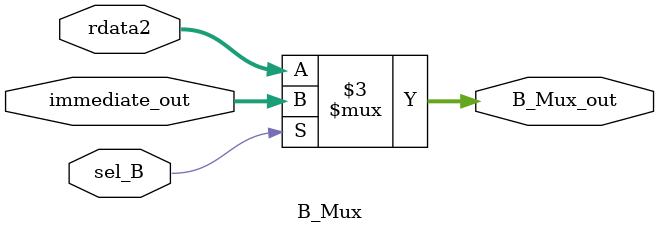
<source format=sv>
module B_Mux (rdata2, immediate_out, sel_B, B_Mux_out);
input logic [31:0] rdata2;
input logic [31:0] immediate_out;
input logic sel_B;
output  logic [31:0] B_Mux_out;
always_comb
begin
        if ( sel_B ) begin
        B_Mux_out = immediate_out;
        end
        else begin
        B_Mux_out = rdata2;
        end
end
endmodule

</source>
